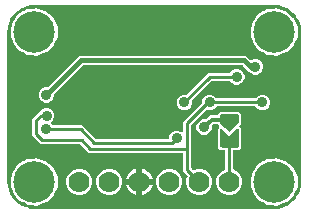
<source format=gbr>
G04 EAGLE Gerber RS-274X export*
G75*
%MOMM*%
%FSLAX34Y34*%
%LPD*%
%INBottom Copper*%
%IPPOS*%
%AMOC8*
5,1,8,0,0,1.08239X$1,22.5*%
G01*
%ADD10C,1.778000*%
%ADD11C,3.516000*%
%ADD12C,0.381000*%
%ADD13C,0.906400*%
%ADD14C,0.254000*%
%ADD15C,0.889000*%
%ADD16C,0.304800*%
%ADD17C,0.406400*%

G36*
X228622Y2543D02*
X228622Y2543D01*
X228700Y2545D01*
X232077Y2810D01*
X232145Y2824D01*
X232214Y2829D01*
X232370Y2869D01*
X238794Y4956D01*
X238901Y5006D01*
X239012Y5050D01*
X239063Y5083D01*
X239082Y5091D01*
X239097Y5104D01*
X239148Y5136D01*
X244612Y9107D01*
X244699Y9188D01*
X244746Y9227D01*
X244752Y9231D01*
X244753Y9233D01*
X244791Y9264D01*
X244829Y9310D01*
X244844Y9324D01*
X244855Y9341D01*
X244893Y9387D01*
X246586Y11717D01*
X246599Y11741D01*
X246616Y11761D01*
X246675Y11879D01*
X246739Y11996D01*
X246746Y12022D01*
X246758Y12046D01*
X246785Y12174D01*
X246799Y12185D01*
X246823Y12196D01*
X246925Y12281D01*
X247031Y12361D01*
X247048Y12382D01*
X247068Y12398D01*
X247171Y12522D01*
X248864Y14852D01*
X248921Y14956D01*
X248985Y15056D01*
X249007Y15113D01*
X249017Y15131D01*
X249022Y15151D01*
X249044Y15206D01*
X251131Y21630D01*
X251144Y21698D01*
X251167Y21764D01*
X251190Y21923D01*
X251455Y25300D01*
X251455Y25304D01*
X251456Y25307D01*
X251455Y25326D01*
X251459Y25400D01*
X251459Y152400D01*
X251457Y152422D01*
X251455Y152500D01*
X251190Y155877D01*
X251176Y155945D01*
X251171Y156014D01*
X251131Y156170D01*
X249044Y162594D01*
X248993Y162701D01*
X248950Y162812D01*
X248917Y162863D01*
X248909Y162882D01*
X248896Y162897D01*
X248864Y162948D01*
X247171Y165278D01*
X247153Y165297D01*
X247139Y165320D01*
X247044Y165413D01*
X246953Y165509D01*
X246931Y165524D01*
X246912Y165542D01*
X246798Y165608D01*
X246792Y165624D01*
X246789Y165651D01*
X246740Y165775D01*
X246697Y165900D01*
X246682Y165922D01*
X246672Y165947D01*
X246586Y166083D01*
X244893Y168413D01*
X244812Y168499D01*
X244736Y168591D01*
X244690Y168629D01*
X244676Y168644D01*
X244658Y168655D01*
X244612Y168693D01*
X239148Y172664D01*
X239044Y172721D01*
X238944Y172785D01*
X238887Y172807D01*
X238869Y172817D01*
X238849Y172822D01*
X238794Y172844D01*
X232370Y174931D01*
X232302Y174944D01*
X232236Y174967D01*
X232077Y174990D01*
X228700Y175255D01*
X228678Y175254D01*
X228600Y175259D01*
X25400Y175259D01*
X25378Y175257D01*
X25300Y175255D01*
X21923Y174990D01*
X21855Y174976D01*
X21786Y174971D01*
X21630Y174931D01*
X18892Y174041D01*
X18867Y174030D01*
X18841Y174024D01*
X18724Y173963D01*
X18604Y173906D01*
X18583Y173889D01*
X18560Y173877D01*
X18462Y173789D01*
X18445Y173788D01*
X18418Y173793D01*
X18286Y173785D01*
X18153Y173783D01*
X18128Y173775D01*
X18101Y173774D01*
X17945Y173734D01*
X15206Y172844D01*
X15099Y172794D01*
X14988Y172750D01*
X14937Y172717D01*
X14918Y172709D01*
X14903Y172696D01*
X14852Y172664D01*
X9388Y168693D01*
X9301Y168612D01*
X9209Y168536D01*
X9171Y168490D01*
X9156Y168476D01*
X9145Y168458D01*
X9107Y168412D01*
X5136Y162948D01*
X5079Y162844D01*
X5015Y162744D01*
X4993Y162687D01*
X4983Y162669D01*
X4978Y162649D01*
X4956Y162594D01*
X2869Y156170D01*
X2856Y156102D01*
X2833Y156036D01*
X2810Y155877D01*
X2545Y152500D01*
X2546Y152478D01*
X2541Y152400D01*
X2541Y25400D01*
X2543Y25378D01*
X2545Y25300D01*
X2810Y21923D01*
X2824Y21855D01*
X2829Y21786D01*
X2869Y21630D01*
X4956Y15206D01*
X5006Y15099D01*
X5050Y14988D01*
X5083Y14937D01*
X5091Y14918D01*
X5104Y14903D01*
X5136Y14852D01*
X9107Y9388D01*
X9127Y9366D01*
X9138Y9348D01*
X9184Y9305D01*
X9188Y9301D01*
X9264Y9209D01*
X9310Y9171D01*
X9324Y9156D01*
X9342Y9145D01*
X9388Y9107D01*
X14852Y5136D01*
X14956Y5079D01*
X15056Y5015D01*
X15113Y4993D01*
X15131Y4983D01*
X15151Y4978D01*
X15206Y4956D01*
X17945Y4066D01*
X17971Y4061D01*
X17996Y4051D01*
X18127Y4031D01*
X18257Y4006D01*
X18284Y4008D01*
X18310Y4004D01*
X18441Y4018D01*
X18455Y4008D01*
X18474Y3989D01*
X18585Y3917D01*
X18694Y3842D01*
X18719Y3832D01*
X18742Y3818D01*
X18892Y3759D01*
X21630Y2869D01*
X21698Y2856D01*
X21764Y2833D01*
X21923Y2810D01*
X25300Y2545D01*
X25322Y2546D01*
X25400Y2541D01*
X228600Y2541D01*
X228622Y2543D01*
G37*
%LPC*%
G36*
X162927Y14477D02*
X162927Y14477D01*
X158913Y16140D01*
X155840Y19213D01*
X154177Y23227D01*
X154177Y27573D01*
X155048Y29674D01*
X155055Y29702D01*
X155069Y29728D01*
X155097Y29855D01*
X155131Y29980D01*
X155132Y30010D01*
X155138Y30039D01*
X155134Y30168D01*
X155137Y30298D01*
X155130Y30327D01*
X155129Y30357D01*
X155093Y30481D01*
X155062Y30608D01*
X155049Y30634D01*
X155040Y30662D01*
X154975Y30774D01*
X154914Y30889D01*
X154894Y30911D01*
X154879Y30936D01*
X154772Y31057D01*
X151637Y34192D01*
X151637Y48768D01*
X151622Y48886D01*
X151615Y49005D01*
X151602Y49043D01*
X151597Y49084D01*
X151554Y49194D01*
X151517Y49307D01*
X151495Y49342D01*
X151480Y49379D01*
X151411Y49475D01*
X151347Y49576D01*
X151317Y49604D01*
X151294Y49637D01*
X151202Y49713D01*
X151115Y49794D01*
X151080Y49814D01*
X151049Y49839D01*
X150941Y49890D01*
X150837Y49948D01*
X150797Y49958D01*
X150761Y49975D01*
X150644Y49997D01*
X150529Y50027D01*
X150469Y50031D01*
X150449Y50035D01*
X150428Y50033D01*
X150368Y50037D01*
X71373Y50037D01*
X69067Y52343D01*
X69067Y52344D01*
X64633Y56778D01*
X64554Y56838D01*
X64482Y56906D01*
X64429Y56935D01*
X64381Y56972D01*
X64290Y57012D01*
X64204Y57060D01*
X64145Y57075D01*
X64090Y57099D01*
X63992Y57114D01*
X63896Y57139D01*
X63796Y57145D01*
X63776Y57149D01*
X63763Y57147D01*
X63735Y57149D01*
X30890Y57149D01*
X23367Y64672D01*
X23367Y78838D01*
X29347Y84817D01*
X29377Y84821D01*
X29476Y84824D01*
X29535Y84841D01*
X29595Y84849D01*
X29687Y84885D01*
X29782Y84913D01*
X29834Y84943D01*
X29890Y84966D01*
X29970Y85024D01*
X30056Y85074D01*
X30131Y85141D01*
X30148Y85153D01*
X30155Y85162D01*
X30177Y85181D01*
X32067Y87071D01*
X34480Y88071D01*
X37092Y88071D01*
X39505Y87071D01*
X41351Y85225D01*
X42351Y82812D01*
X42351Y80200D01*
X41351Y77787D01*
X40026Y76462D01*
X39953Y76368D01*
X39875Y76279D01*
X39856Y76243D01*
X39831Y76211D01*
X39784Y76102D01*
X39730Y75996D01*
X39721Y75957D01*
X39705Y75919D01*
X39686Y75802D01*
X39660Y75686D01*
X39662Y75645D01*
X39655Y75605D01*
X39666Y75487D01*
X39670Y75368D01*
X39681Y75329D01*
X39685Y75289D01*
X39725Y75177D01*
X39758Y75062D01*
X39779Y75027D01*
X39793Y74989D01*
X39860Y74891D01*
X39920Y74788D01*
X39960Y74743D01*
X39971Y74726D01*
X39987Y74713D01*
X40026Y74667D01*
X41169Y73524D01*
X41248Y73464D01*
X41320Y73396D01*
X41373Y73367D01*
X41421Y73330D01*
X41512Y73290D01*
X41598Y73242D01*
X41657Y73227D01*
X41713Y73203D01*
X41810Y73188D01*
X41906Y73163D01*
X42006Y73157D01*
X42027Y73153D01*
X42039Y73155D01*
X42067Y73153D01*
X66138Y73153D01*
X77196Y62094D01*
X77275Y62034D01*
X77347Y61966D01*
X77400Y61937D01*
X77448Y61900D01*
X77539Y61860D01*
X77625Y61812D01*
X77684Y61797D01*
X77739Y61773D01*
X77837Y61758D01*
X77933Y61733D01*
X78033Y61727D01*
X78054Y61723D01*
X78066Y61725D01*
X78094Y61723D01*
X138216Y61723D01*
X138334Y61738D01*
X138453Y61745D01*
X138491Y61758D01*
X138532Y61763D01*
X138642Y61806D01*
X138755Y61843D01*
X138790Y61865D01*
X138827Y61880D01*
X138923Y61949D01*
X139024Y62013D01*
X139052Y62043D01*
X139085Y62066D01*
X139161Y62158D01*
X139242Y62245D01*
X139262Y62280D01*
X139287Y62311D01*
X139338Y62419D01*
X139396Y62523D01*
X139406Y62563D01*
X139423Y62599D01*
X139445Y62716D01*
X139475Y62831D01*
X139479Y62891D01*
X139483Y62911D01*
X139481Y62932D01*
X139485Y62992D01*
X139485Y63536D01*
X140485Y65949D01*
X142331Y67795D01*
X144744Y68795D01*
X147356Y68795D01*
X149882Y67748D01*
X149930Y67735D01*
X149975Y67714D01*
X150083Y67693D01*
X150189Y67664D01*
X150239Y67663D01*
X150288Y67654D01*
X150397Y67661D01*
X150507Y67659D01*
X150555Y67671D01*
X150605Y67674D01*
X150709Y67708D01*
X150816Y67733D01*
X150860Y67757D01*
X150907Y67772D01*
X151000Y67831D01*
X151097Y67882D01*
X151134Y67915D01*
X151176Y67942D01*
X151251Y68022D01*
X151333Y68096D01*
X151360Y68137D01*
X151394Y68174D01*
X151447Y68270D01*
X151507Y68362D01*
X151524Y68409D01*
X151548Y68452D01*
X151575Y68558D01*
X151611Y68663D01*
X151615Y68712D01*
X151627Y68760D01*
X151637Y68921D01*
X151637Y76488D01*
X153943Y78794D01*
X153944Y78794D01*
X166864Y91714D01*
X166924Y91793D01*
X166992Y91865D01*
X167021Y91918D01*
X167058Y91966D01*
X167098Y92057D01*
X167146Y92143D01*
X167161Y92202D01*
X167185Y92257D01*
X167200Y92355D01*
X167225Y92451D01*
X167231Y92551D01*
X167235Y92572D01*
X167233Y92584D01*
X167235Y92612D01*
X167235Y94016D01*
X168235Y96429D01*
X170081Y98275D01*
X172494Y99275D01*
X175106Y99275D01*
X177519Y98275D01*
X179409Y96384D01*
X179488Y96324D01*
X179560Y96256D01*
X179613Y96227D01*
X179661Y96190D01*
X179752Y96150D01*
X179838Y96102D01*
X179897Y96087D01*
X179953Y96063D01*
X180051Y96048D01*
X180146Y96023D01*
X180246Y96017D01*
X180267Y96013D01*
X180279Y96015D01*
X180307Y96013D01*
X211933Y96013D01*
X212031Y96025D01*
X212130Y96028D01*
X212188Y96045D01*
X212249Y96053D01*
X212341Y96089D01*
X212436Y96117D01*
X212488Y96147D01*
X212544Y96170D01*
X212624Y96228D01*
X212710Y96278D01*
X212785Y96344D01*
X212802Y96356D01*
X212809Y96366D01*
X212831Y96384D01*
X214721Y98275D01*
X217134Y99275D01*
X219746Y99275D01*
X222159Y98275D01*
X224005Y96429D01*
X225005Y94016D01*
X225005Y91404D01*
X224005Y88991D01*
X222159Y87145D01*
X219746Y86145D01*
X217134Y86145D01*
X214721Y87145D01*
X212831Y89036D01*
X212752Y89096D01*
X212680Y89164D01*
X212627Y89193D01*
X212579Y89230D01*
X212488Y89270D01*
X212402Y89318D01*
X212343Y89333D01*
X212287Y89357D01*
X212189Y89372D01*
X212094Y89397D01*
X211994Y89403D01*
X211973Y89407D01*
X211961Y89405D01*
X211933Y89407D01*
X180307Y89407D01*
X180209Y89395D01*
X180110Y89392D01*
X180051Y89375D01*
X179991Y89367D01*
X179899Y89331D01*
X179804Y89303D01*
X179752Y89273D01*
X179696Y89250D01*
X179616Y89192D01*
X179530Y89142D01*
X179455Y89076D01*
X179438Y89064D01*
X179431Y89054D01*
X179409Y89036D01*
X177519Y87145D01*
X175106Y86145D01*
X172494Y86145D01*
X171964Y86365D01*
X171935Y86373D01*
X171909Y86386D01*
X171782Y86415D01*
X171657Y86449D01*
X171628Y86449D01*
X171599Y86456D01*
X171469Y86452D01*
X171339Y86454D01*
X171310Y86447D01*
X171281Y86446D01*
X171156Y86410D01*
X171030Y86380D01*
X171004Y86366D01*
X170975Y86358D01*
X170864Y86292D01*
X170749Y86231D01*
X170727Y86211D01*
X170701Y86196D01*
X170581Y86090D01*
X158614Y74124D01*
X158554Y74045D01*
X158486Y73973D01*
X158457Y73920D01*
X158420Y73872D01*
X158380Y73781D01*
X158332Y73695D01*
X158317Y73636D01*
X158293Y73581D01*
X158278Y73483D01*
X158253Y73387D01*
X158247Y73287D01*
X158243Y73267D01*
X158245Y73254D01*
X158243Y73226D01*
X158243Y37454D01*
X158255Y37356D01*
X158258Y37257D01*
X158275Y37198D01*
X158283Y37138D01*
X158319Y37046D01*
X158347Y36951D01*
X158377Y36899D01*
X158400Y36843D01*
X158458Y36762D01*
X158508Y36677D01*
X158574Y36602D01*
X158586Y36585D01*
X158596Y36577D01*
X158614Y36556D01*
X159443Y35728D01*
X159466Y35710D01*
X159486Y35687D01*
X159592Y35612D01*
X159694Y35533D01*
X159722Y35521D01*
X159746Y35504D01*
X159867Y35458D01*
X159986Y35406D01*
X160015Y35402D01*
X160043Y35391D01*
X160172Y35377D01*
X160300Y35356D01*
X160330Y35359D01*
X160359Y35356D01*
X160488Y35374D01*
X160617Y35386D01*
X160645Y35396D01*
X160674Y35400D01*
X160826Y35452D01*
X162927Y36323D01*
X167273Y36323D01*
X171287Y34660D01*
X174360Y31587D01*
X176023Y27573D01*
X176023Y23227D01*
X174360Y19213D01*
X171287Y16140D01*
X167273Y14477D01*
X162927Y14477D01*
G37*
%LPD*%
%LPC*%
G36*
X34254Y92495D02*
X34254Y92495D01*
X31841Y93495D01*
X29995Y95341D01*
X28995Y97754D01*
X28995Y100366D01*
X29995Y102779D01*
X31841Y104625D01*
X34254Y105625D01*
X35851Y105625D01*
X35949Y105637D01*
X36048Y105640D01*
X36106Y105657D01*
X36166Y105665D01*
X36258Y105701D01*
X36353Y105729D01*
X36405Y105759D01*
X36462Y105782D01*
X36542Y105840D01*
X36627Y105890D01*
X36703Y105956D01*
X36719Y105968D01*
X36727Y105978D01*
X36748Y105996D01*
X63086Y132335D01*
X204884Y132335D01*
X208227Y128992D01*
X208250Y128974D01*
X208269Y128951D01*
X208375Y128877D01*
X208478Y128797D01*
X208505Y128785D01*
X208529Y128768D01*
X208650Y128722D01*
X208770Y128671D01*
X208799Y128666D01*
X208826Y128655D01*
X208955Y128641D01*
X209084Y128621D01*
X209113Y128624D01*
X209143Y128620D01*
X209271Y128638D01*
X209400Y128651D01*
X209428Y128661D01*
X209457Y128665D01*
X209610Y128717D01*
X211174Y129365D01*
X213786Y129365D01*
X216199Y128365D01*
X218045Y126519D01*
X219045Y124106D01*
X219045Y121494D01*
X218045Y119081D01*
X216199Y117235D01*
X213786Y116235D01*
X211174Y116235D01*
X208761Y117235D01*
X207633Y118364D01*
X207554Y118424D01*
X207482Y118492D01*
X207429Y118521D01*
X207381Y118558D01*
X207290Y118598D01*
X207204Y118646D01*
X207145Y118661D01*
X207089Y118685D01*
X207027Y118695D01*
X201888Y123834D01*
X201810Y123894D01*
X201738Y123962D01*
X201685Y123991D01*
X201637Y124028D01*
X201546Y124068D01*
X201459Y124116D01*
X201401Y124131D01*
X201345Y124155D01*
X201247Y124170D01*
X201151Y124195D01*
X201051Y124201D01*
X201031Y124205D01*
X201019Y124203D01*
X200991Y124205D01*
X66979Y124205D01*
X66881Y124193D01*
X66782Y124190D01*
X66724Y124173D01*
X66664Y124165D01*
X66572Y124129D01*
X66477Y124101D01*
X66425Y124071D01*
X66368Y124048D01*
X66288Y123990D01*
X66203Y123940D01*
X66127Y123874D01*
X66111Y123862D01*
X66103Y123852D01*
X66082Y123834D01*
X42496Y100248D01*
X42436Y100170D01*
X42368Y100098D01*
X42339Y100045D01*
X42302Y99997D01*
X42262Y99906D01*
X42214Y99819D01*
X42199Y99761D01*
X42175Y99705D01*
X42160Y99607D01*
X42135Y99511D01*
X42129Y99411D01*
X42125Y99391D01*
X42127Y99379D01*
X42125Y99351D01*
X42125Y97754D01*
X41125Y95341D01*
X39279Y93495D01*
X36866Y92495D01*
X34254Y92495D01*
G37*
%LPD*%
%LPC*%
G36*
X188327Y14477D02*
X188327Y14477D01*
X184313Y16140D01*
X181240Y19213D01*
X179577Y23227D01*
X179577Y27573D01*
X181240Y31587D01*
X184313Y34660D01*
X186414Y35530D01*
X186439Y35545D01*
X186467Y35554D01*
X186577Y35623D01*
X186690Y35688D01*
X186711Y35708D01*
X186736Y35724D01*
X186825Y35819D01*
X186918Y35909D01*
X186934Y35934D01*
X186954Y35956D01*
X187017Y36069D01*
X187085Y36180D01*
X187093Y36208D01*
X187108Y36234D01*
X187140Y36360D01*
X187178Y36484D01*
X187180Y36513D01*
X187187Y36542D01*
X187197Y36703D01*
X187197Y51308D01*
X187182Y51426D01*
X187175Y51545D01*
X187162Y51583D01*
X187157Y51624D01*
X187114Y51734D01*
X187077Y51847D01*
X187055Y51882D01*
X187040Y51919D01*
X186971Y52015D01*
X186907Y52116D01*
X186877Y52144D01*
X186854Y52177D01*
X186762Y52253D01*
X186675Y52334D01*
X186640Y52354D01*
X186609Y52379D01*
X186501Y52430D01*
X186397Y52488D01*
X186357Y52498D01*
X186321Y52515D01*
X186204Y52537D01*
X186089Y52567D01*
X186029Y52571D01*
X186009Y52575D01*
X185988Y52573D01*
X185928Y52577D01*
X182818Y52577D01*
X182765Y52591D01*
X182665Y52597D01*
X182644Y52601D01*
X182632Y52599D01*
X182604Y52601D01*
X182371Y52601D01*
X180585Y54387D01*
X180585Y69309D01*
X180584Y69317D01*
X180585Y69333D01*
X180561Y70589D01*
X181392Y71420D01*
X181479Y71532D01*
X181570Y71643D01*
X181577Y71658D01*
X181587Y71671D01*
X181644Y71802D01*
X181704Y71932D01*
X181707Y71948D01*
X181714Y71963D01*
X181736Y72104D01*
X181762Y72244D01*
X181761Y72261D01*
X181763Y72277D01*
X181750Y72419D01*
X181740Y72562D01*
X181735Y72577D01*
X181734Y72594D01*
X181685Y72728D01*
X181640Y72864D01*
X181632Y72877D01*
X181626Y72893D01*
X181546Y73011D01*
X181469Y73131D01*
X181453Y73148D01*
X181447Y73156D01*
X181433Y73168D01*
X181358Y73248D01*
X180320Y74210D01*
X180259Y74254D01*
X180205Y74305D01*
X180131Y74346D01*
X180062Y74395D01*
X179992Y74422D01*
X179926Y74459D01*
X179844Y74480D01*
X179766Y74510D01*
X179691Y74519D01*
X179618Y74538D01*
X179457Y74548D01*
X177386Y74548D01*
X177288Y74536D01*
X177189Y74533D01*
X177131Y74516D01*
X177070Y74508D01*
X176978Y74472D01*
X176883Y74444D01*
X176831Y74414D01*
X176775Y74391D01*
X176695Y74333D01*
X176609Y74283D01*
X176534Y74217D01*
X176517Y74205D01*
X176510Y74195D01*
X176488Y74177D01*
X175886Y73575D01*
X175826Y73496D01*
X175758Y73424D01*
X175729Y73371D01*
X175692Y73323D01*
X175652Y73232D01*
X175604Y73146D01*
X175589Y73087D01*
X175565Y73031D01*
X175550Y72933D01*
X175525Y72838D01*
X175519Y72738D01*
X175515Y72717D01*
X175517Y72705D01*
X175515Y72677D01*
X175515Y70466D01*
X174529Y68086D01*
X172706Y66263D01*
X170326Y65277D01*
X167748Y65277D01*
X165368Y66263D01*
X163545Y68086D01*
X162559Y70466D01*
X162559Y73044D01*
X163545Y75424D01*
X165368Y77247D01*
X167748Y78233D01*
X169959Y78233D01*
X170057Y78245D01*
X170156Y78248D01*
X170214Y78265D01*
X170275Y78273D01*
X170367Y78309D01*
X170462Y78337D01*
X170514Y78367D01*
X170570Y78390D01*
X170650Y78448D01*
X170736Y78498D01*
X170811Y78564D01*
X170828Y78576D01*
X170835Y78586D01*
X170857Y78604D01*
X173914Y81662D01*
X179316Y81662D01*
X179434Y81677D01*
X179553Y81684D01*
X179591Y81697D01*
X179632Y81702D01*
X179742Y81745D01*
X179855Y81782D01*
X179890Y81804D01*
X179927Y81819D01*
X180023Y81888D01*
X180124Y81952D01*
X180152Y81982D01*
X180185Y82005D01*
X180261Y82097D01*
X180342Y82184D01*
X180362Y82219D01*
X180387Y82250D01*
X180438Y82358D01*
X180496Y82462D01*
X180506Y82502D01*
X180523Y82538D01*
X180545Y82655D01*
X180572Y82760D01*
X182371Y84559D01*
X182604Y84559D01*
X182702Y84571D01*
X182801Y84574D01*
X182831Y84583D01*
X198182Y84583D01*
X198235Y84569D01*
X198335Y84563D01*
X198356Y84559D01*
X198368Y84561D01*
X198396Y84559D01*
X198629Y84559D01*
X200415Y82773D01*
X200415Y74532D01*
X199356Y73474D01*
X199291Y73389D01*
X199218Y73310D01*
X199193Y73264D01*
X199161Y73222D01*
X199119Y73124D01*
X199068Y73030D01*
X199056Y72979D01*
X199035Y72931D01*
X199018Y72825D01*
X198993Y72721D01*
X198993Y72668D01*
X198985Y72617D01*
X198995Y72510D01*
X198996Y72403D01*
X199010Y72352D01*
X199015Y72300D01*
X199051Y72199D01*
X199079Y72096D01*
X199105Y72050D01*
X199123Y72001D01*
X199183Y71912D01*
X199235Y71819D01*
X199289Y71756D01*
X199301Y71737D01*
X199313Y71727D01*
X199339Y71696D01*
X199533Y71494D01*
X199539Y71490D01*
X199550Y71477D01*
X200439Y70589D01*
X200415Y69333D01*
X200416Y69326D01*
X200415Y69309D01*
X200415Y54387D01*
X198629Y52601D01*
X198396Y52601D01*
X198298Y52589D01*
X198199Y52586D01*
X198169Y52577D01*
X195072Y52577D01*
X194954Y52562D01*
X194835Y52555D01*
X194797Y52542D01*
X194756Y52537D01*
X194646Y52494D01*
X194533Y52457D01*
X194498Y52435D01*
X194461Y52420D01*
X194365Y52351D01*
X194264Y52287D01*
X194236Y52257D01*
X194203Y52234D01*
X194127Y52142D01*
X194046Y52055D01*
X194026Y52020D01*
X194001Y51989D01*
X193950Y51881D01*
X193892Y51777D01*
X193882Y51737D01*
X193865Y51701D01*
X193843Y51584D01*
X193813Y51469D01*
X193809Y51409D01*
X193805Y51389D01*
X193807Y51368D01*
X193803Y51308D01*
X193803Y36703D01*
X193806Y36673D01*
X193804Y36644D01*
X193826Y36516D01*
X193843Y36387D01*
X193853Y36360D01*
X193858Y36331D01*
X193912Y36212D01*
X193960Y36091D01*
X193977Y36068D01*
X193989Y36041D01*
X194070Y35939D01*
X194146Y35834D01*
X194169Y35815D01*
X194188Y35792D01*
X194291Y35714D01*
X194391Y35631D01*
X194418Y35619D01*
X194442Y35601D01*
X194586Y35530D01*
X196687Y34660D01*
X199760Y31587D01*
X201423Y27573D01*
X201423Y23227D01*
X199760Y19213D01*
X196687Y16140D01*
X192673Y14477D01*
X188327Y14477D01*
G37*
%LPD*%
%LPC*%
G36*
X226876Y5780D02*
X226876Y5780D01*
X226858Y5780D01*
X226743Y5787D01*
X224699Y5787D01*
X224151Y6014D01*
X224052Y6041D01*
X223957Y6077D01*
X223865Y6092D01*
X223844Y6098D01*
X223831Y6098D01*
X223798Y6104D01*
X222379Y6253D01*
X219415Y7964D01*
X219413Y7965D01*
X219410Y7967D01*
X219266Y8038D01*
X217490Y8773D01*
X216893Y9370D01*
X216826Y9422D01*
X216765Y9483D01*
X216651Y9558D01*
X216642Y9565D01*
X216638Y9567D01*
X216631Y9572D01*
X215129Y10439D01*
X213339Y12903D01*
X213326Y12917D01*
X213316Y12933D01*
X213209Y13054D01*
X211973Y14290D01*
X211557Y15296D01*
X211522Y15356D01*
X211497Y15420D01*
X211411Y15556D01*
X210208Y17211D01*
X209647Y19849D01*
X209636Y19883D01*
X209631Y19919D01*
X209579Y20071D01*
X208987Y21499D01*
X208987Y22822D01*
X208981Y22874D01*
X208983Y22926D01*
X208960Y23086D01*
X208468Y25400D01*
X208960Y27714D01*
X208964Y27767D01*
X208977Y27817D01*
X208987Y27978D01*
X208987Y29301D01*
X209579Y30729D01*
X209588Y30763D01*
X209604Y30795D01*
X209647Y30951D01*
X210208Y33589D01*
X211411Y35244D01*
X211444Y35305D01*
X211486Y35360D01*
X211557Y35504D01*
X211973Y36510D01*
X213209Y37746D01*
X213221Y37761D01*
X213236Y37773D01*
X213339Y37897D01*
X215129Y40361D01*
X216631Y41228D01*
X216699Y41280D01*
X216773Y41324D01*
X216875Y41414D01*
X216884Y41421D01*
X216887Y41424D01*
X216893Y41430D01*
X217490Y42027D01*
X219266Y42762D01*
X219268Y42764D01*
X219271Y42764D01*
X219415Y42836D01*
X222379Y44547D01*
X223798Y44696D01*
X223898Y44720D01*
X223999Y44734D01*
X224087Y44764D01*
X224108Y44769D01*
X224120Y44775D01*
X224151Y44786D01*
X224699Y45013D01*
X226743Y45013D01*
X226760Y45015D01*
X226876Y45020D01*
X230704Y45422D01*
X231773Y45075D01*
X231890Y45053D01*
X232005Y45023D01*
X232065Y45019D01*
X232085Y45015D01*
X232106Y45017D01*
X232165Y45013D01*
X232501Y45013D01*
X234409Y44223D01*
X234430Y44217D01*
X234503Y44188D01*
X238666Y42835D01*
X239278Y42285D01*
X239389Y42207D01*
X239497Y42126D01*
X239527Y42111D01*
X239539Y42103D01*
X239559Y42096D01*
X239641Y42055D01*
X239710Y42027D01*
X241005Y40732D01*
X241019Y40721D01*
X241053Y40686D01*
X244887Y37234D01*
X245100Y36756D01*
X245179Y36626D01*
X245450Y35971D01*
X245455Y35963D01*
X245463Y35941D01*
X248292Y29586D01*
X248292Y21214D01*
X245463Y14859D01*
X245460Y14849D01*
X245450Y14829D01*
X245194Y14211D01*
X245175Y14187D01*
X245170Y14178D01*
X245168Y14175D01*
X245163Y14165D01*
X245100Y14044D01*
X244985Y13785D01*
X244977Y13759D01*
X244964Y13736D01*
X244931Y13607D01*
X244914Y13552D01*
X244880Y13536D01*
X244860Y13519D01*
X244836Y13507D01*
X244710Y13407D01*
X241053Y10114D01*
X241041Y10100D01*
X241005Y10068D01*
X239710Y8773D01*
X239641Y8745D01*
X239524Y8678D01*
X239404Y8615D01*
X239377Y8594D01*
X239365Y8587D01*
X239350Y8572D01*
X239278Y8515D01*
X238666Y7965D01*
X234502Y6612D01*
X234483Y6603D01*
X234409Y6577D01*
X232501Y5787D01*
X232165Y5787D01*
X232047Y5772D01*
X231929Y5765D01*
X231870Y5750D01*
X231850Y5747D01*
X231831Y5740D01*
X231773Y5725D01*
X230704Y5378D01*
X226876Y5780D01*
G37*
%LPD*%
%LPC*%
G36*
X226876Y132780D02*
X226876Y132780D01*
X226858Y132780D01*
X226743Y132787D01*
X224699Y132787D01*
X224151Y133014D01*
X224052Y133041D01*
X223957Y133077D01*
X223865Y133092D01*
X223844Y133098D01*
X223831Y133098D01*
X223798Y133104D01*
X222379Y133253D01*
X219415Y134964D01*
X219413Y134965D01*
X219410Y134967D01*
X219266Y135038D01*
X217490Y135773D01*
X216893Y136370D01*
X216826Y136422D01*
X216765Y136483D01*
X216651Y136558D01*
X216642Y136565D01*
X216638Y136567D01*
X216631Y136572D01*
X215129Y137439D01*
X213339Y139903D01*
X213326Y139917D01*
X213316Y139933D01*
X213209Y140054D01*
X211973Y141290D01*
X211557Y142296D01*
X211522Y142356D01*
X211497Y142420D01*
X211411Y142556D01*
X210208Y144211D01*
X209647Y146849D01*
X209636Y146883D01*
X209631Y146919D01*
X209579Y147071D01*
X208987Y148499D01*
X208987Y149822D01*
X208981Y149874D01*
X208983Y149926D01*
X208960Y150086D01*
X208468Y152400D01*
X208960Y154714D01*
X208964Y154767D01*
X208977Y154817D01*
X208987Y154978D01*
X208987Y156301D01*
X209579Y157729D01*
X209588Y157763D01*
X209604Y157795D01*
X209647Y157951D01*
X210208Y160589D01*
X211411Y162244D01*
X211444Y162305D01*
X211486Y162360D01*
X211557Y162504D01*
X211973Y163510D01*
X213209Y164746D01*
X213221Y164761D01*
X213236Y164773D01*
X213339Y164897D01*
X215129Y167361D01*
X216631Y168228D01*
X216699Y168280D01*
X216773Y168324D01*
X216875Y168414D01*
X216884Y168421D01*
X216887Y168424D01*
X216893Y168430D01*
X217490Y169027D01*
X219266Y169762D01*
X219268Y169764D01*
X219271Y169764D01*
X219415Y169836D01*
X222379Y171547D01*
X223798Y171696D01*
X223898Y171720D01*
X223999Y171734D01*
X224087Y171764D01*
X224108Y171769D01*
X224120Y171775D01*
X224151Y171786D01*
X224699Y172013D01*
X226743Y172013D01*
X226760Y172015D01*
X226876Y172020D01*
X230704Y172422D01*
X231773Y172075D01*
X231890Y172053D01*
X232005Y172023D01*
X232065Y172019D01*
X232085Y172015D01*
X232106Y172017D01*
X232165Y172013D01*
X232501Y172013D01*
X234409Y171223D01*
X234430Y171217D01*
X234503Y171188D01*
X238666Y169835D01*
X239278Y169285D01*
X239389Y169207D01*
X239497Y169126D01*
X239527Y169111D01*
X239539Y169103D01*
X239559Y169096D01*
X239641Y169055D01*
X239710Y169027D01*
X241005Y167732D01*
X241019Y167721D01*
X241053Y167686D01*
X244710Y164393D01*
X244732Y164378D01*
X244750Y164359D01*
X244862Y164287D01*
X244910Y164254D01*
X244914Y164217D01*
X244924Y164192D01*
X244929Y164166D01*
X244985Y164015D01*
X245100Y163756D01*
X245179Y163626D01*
X245450Y162971D01*
X245455Y162963D01*
X245463Y162941D01*
X248292Y156586D01*
X248292Y148214D01*
X245463Y141859D01*
X245460Y141849D01*
X245450Y141829D01*
X245194Y141211D01*
X245175Y141187D01*
X245170Y141179D01*
X245168Y141175D01*
X245163Y141164D01*
X245100Y141044D01*
X244887Y140566D01*
X241053Y137114D01*
X241041Y137100D01*
X241005Y137068D01*
X239710Y135773D01*
X239641Y135745D01*
X239524Y135678D01*
X239404Y135615D01*
X239377Y135594D01*
X239365Y135587D01*
X239350Y135572D01*
X239278Y135515D01*
X238666Y134965D01*
X234502Y133612D01*
X234483Y133603D01*
X234409Y133577D01*
X232501Y132787D01*
X232165Y132787D01*
X232047Y132772D01*
X231929Y132765D01*
X231870Y132750D01*
X231850Y132747D01*
X231831Y132740D01*
X231773Y132725D01*
X230704Y132378D01*
X226876Y132780D01*
G37*
%LPD*%
%LPC*%
G36*
X23676Y5780D02*
X23676Y5780D01*
X23658Y5780D01*
X23543Y5787D01*
X21499Y5787D01*
X20951Y6014D01*
X20852Y6041D01*
X20757Y6077D01*
X20665Y6092D01*
X20644Y6098D01*
X20631Y6098D01*
X20598Y6104D01*
X19416Y6228D01*
X19390Y6227D01*
X19364Y6232D01*
X19231Y6224D01*
X19173Y6223D01*
X19147Y6250D01*
X19125Y6265D01*
X19106Y6283D01*
X18972Y6372D01*
X16215Y7964D01*
X16213Y7965D01*
X16210Y7967D01*
X16066Y8038D01*
X14290Y8773D01*
X13693Y9370D01*
X13626Y9422D01*
X13565Y9483D01*
X13451Y9558D01*
X13442Y9565D01*
X13438Y9567D01*
X13431Y9572D01*
X11929Y10439D01*
X10139Y12903D01*
X10126Y12917D01*
X10116Y12933D01*
X10009Y13054D01*
X8773Y14290D01*
X8357Y15296D01*
X8322Y15356D01*
X8297Y15420D01*
X8211Y15556D01*
X7008Y17211D01*
X6447Y19849D01*
X6436Y19883D01*
X6431Y19919D01*
X6379Y20071D01*
X5787Y21499D01*
X5787Y22822D01*
X5781Y22874D01*
X5783Y22926D01*
X5760Y23086D01*
X5268Y25400D01*
X5760Y27714D01*
X5764Y27767D01*
X5777Y27817D01*
X5787Y27978D01*
X5787Y29301D01*
X6379Y30729D01*
X6388Y30763D01*
X6404Y30795D01*
X6447Y30951D01*
X7008Y33589D01*
X8211Y35244D01*
X8244Y35305D01*
X8286Y35360D01*
X8357Y35504D01*
X8773Y36510D01*
X10009Y37746D01*
X10021Y37761D01*
X10036Y37773D01*
X10139Y37897D01*
X11929Y40361D01*
X13431Y41228D01*
X13499Y41280D01*
X13573Y41324D01*
X13675Y41414D01*
X13684Y41421D01*
X13687Y41424D01*
X13693Y41430D01*
X14290Y42027D01*
X16066Y42762D01*
X16068Y42764D01*
X16071Y42764D01*
X16215Y42836D01*
X19179Y44547D01*
X20598Y44696D01*
X20698Y44720D01*
X20799Y44734D01*
X20887Y44764D01*
X20908Y44769D01*
X20920Y44775D01*
X20951Y44786D01*
X21499Y45013D01*
X23543Y45013D01*
X23560Y45015D01*
X23676Y45020D01*
X27504Y45422D01*
X28573Y45075D01*
X28690Y45053D01*
X28805Y45023D01*
X28865Y45019D01*
X28885Y45015D01*
X28906Y45017D01*
X28965Y45013D01*
X29301Y45013D01*
X31209Y44223D01*
X31230Y44217D01*
X31303Y44188D01*
X35466Y42835D01*
X36078Y42285D01*
X36189Y42207D01*
X36297Y42126D01*
X36327Y42111D01*
X36339Y42103D01*
X36359Y42096D01*
X36441Y42055D01*
X36510Y42027D01*
X37805Y40732D01*
X37819Y40721D01*
X37853Y40686D01*
X41687Y37234D01*
X41900Y36756D01*
X41979Y36626D01*
X42250Y35971D01*
X42255Y35963D01*
X42263Y35941D01*
X45092Y29586D01*
X45092Y21214D01*
X42263Y14859D01*
X42260Y14849D01*
X42250Y14829D01*
X41994Y14211D01*
X41975Y14187D01*
X41970Y14179D01*
X41968Y14175D01*
X41963Y14164D01*
X41900Y14044D01*
X41687Y13566D01*
X37853Y10114D01*
X37841Y10100D01*
X37805Y10068D01*
X36510Y8773D01*
X36441Y8745D01*
X36324Y8678D01*
X36204Y8615D01*
X36177Y8594D01*
X36165Y8587D01*
X36150Y8572D01*
X36078Y8515D01*
X35466Y7965D01*
X31302Y6612D01*
X31283Y6603D01*
X31209Y6577D01*
X29301Y5787D01*
X28965Y5787D01*
X28847Y5772D01*
X28729Y5765D01*
X28670Y5750D01*
X28650Y5747D01*
X28631Y5740D01*
X28573Y5725D01*
X27504Y5378D01*
X23676Y5780D01*
G37*
%LPD*%
%LPC*%
G36*
X23676Y132780D02*
X23676Y132780D01*
X23658Y132780D01*
X23543Y132787D01*
X21499Y132787D01*
X20951Y133014D01*
X20852Y133041D01*
X20757Y133077D01*
X20665Y133092D01*
X20644Y133098D01*
X20631Y133098D01*
X20598Y133104D01*
X19179Y133253D01*
X16215Y134964D01*
X16213Y134965D01*
X16210Y134967D01*
X16066Y135038D01*
X14290Y135773D01*
X13693Y136370D01*
X13626Y136422D01*
X13565Y136483D01*
X13451Y136558D01*
X13442Y136565D01*
X13438Y136567D01*
X13431Y136572D01*
X11929Y137439D01*
X10139Y139903D01*
X10126Y139917D01*
X10116Y139933D01*
X10009Y140054D01*
X8773Y141290D01*
X8357Y142296D01*
X8322Y142356D01*
X8297Y142420D01*
X8211Y142556D01*
X7008Y144211D01*
X6447Y146849D01*
X6436Y146883D01*
X6431Y146919D01*
X6379Y147071D01*
X5787Y148499D01*
X5787Y149822D01*
X5781Y149874D01*
X5783Y149926D01*
X5760Y150086D01*
X5268Y152400D01*
X5760Y154714D01*
X5764Y154767D01*
X5777Y154817D01*
X5787Y154978D01*
X5787Y156301D01*
X6379Y157729D01*
X6388Y157763D01*
X6404Y157795D01*
X6447Y157951D01*
X7008Y160589D01*
X8211Y162244D01*
X8244Y162305D01*
X8286Y162360D01*
X8357Y162504D01*
X8773Y163510D01*
X10009Y164746D01*
X10021Y164761D01*
X10036Y164773D01*
X10139Y164897D01*
X11929Y167361D01*
X13431Y168228D01*
X13499Y168280D01*
X13573Y168324D01*
X13675Y168414D01*
X13684Y168421D01*
X13687Y168424D01*
X13693Y168430D01*
X14290Y169027D01*
X16066Y169762D01*
X16068Y169764D01*
X16071Y169764D01*
X16215Y169836D01*
X18972Y171428D01*
X18993Y171444D01*
X19017Y171455D01*
X19119Y171540D01*
X19166Y171575D01*
X19203Y171568D01*
X19229Y171569D01*
X19256Y171565D01*
X19416Y171572D01*
X20598Y171696D01*
X20698Y171720D01*
X20799Y171734D01*
X20887Y171764D01*
X20908Y171769D01*
X20920Y171775D01*
X20951Y171786D01*
X21499Y172013D01*
X23543Y172013D01*
X23560Y172015D01*
X23676Y172020D01*
X27504Y172422D01*
X28573Y172075D01*
X28690Y172053D01*
X28805Y172023D01*
X28865Y172019D01*
X28885Y172015D01*
X28906Y172017D01*
X28965Y172013D01*
X29301Y172013D01*
X31209Y171222D01*
X31230Y171217D01*
X31303Y171188D01*
X35466Y169835D01*
X36078Y169285D01*
X36189Y169207D01*
X36297Y169126D01*
X36327Y169111D01*
X36339Y169103D01*
X36359Y169096D01*
X36441Y169055D01*
X36510Y169027D01*
X37805Y167732D01*
X37819Y167721D01*
X37853Y167686D01*
X41687Y164234D01*
X41900Y163756D01*
X41979Y163626D01*
X42250Y162971D01*
X42255Y162962D01*
X42263Y162941D01*
X45092Y156586D01*
X45092Y148214D01*
X42263Y141859D01*
X42260Y141849D01*
X42250Y141829D01*
X41994Y141211D01*
X41975Y141187D01*
X41970Y141179D01*
X41968Y141175D01*
X41963Y141164D01*
X41900Y141044D01*
X41687Y140566D01*
X37853Y137114D01*
X37841Y137100D01*
X37805Y137068D01*
X36510Y135773D01*
X36441Y135745D01*
X36324Y135678D01*
X36204Y135615D01*
X36177Y135594D01*
X36165Y135587D01*
X36150Y135572D01*
X36078Y135515D01*
X35466Y134965D01*
X31302Y133612D01*
X31283Y133603D01*
X31209Y133577D01*
X29301Y132787D01*
X28965Y132787D01*
X28847Y132772D01*
X28729Y132765D01*
X28670Y132750D01*
X28650Y132747D01*
X28631Y132740D01*
X28573Y132725D01*
X27504Y132378D01*
X23676Y132780D01*
G37*
%LPD*%
%LPC*%
G36*
X151111Y86232D02*
X151111Y86232D01*
X148731Y87218D01*
X146908Y89041D01*
X145922Y91421D01*
X145922Y93999D01*
X146908Y96379D01*
X148731Y98202D01*
X151111Y99188D01*
X153681Y99188D01*
X153779Y99200D01*
X153878Y99203D01*
X153937Y99220D01*
X153997Y99228D01*
X154089Y99264D01*
X154184Y99292D01*
X154236Y99322D01*
X154292Y99345D01*
X154372Y99403D01*
X154458Y99453D01*
X154533Y99519D01*
X154550Y99531D01*
X154558Y99541D01*
X154579Y99559D01*
X172622Y117603D01*
X190343Y117603D01*
X190441Y117615D01*
X190540Y117618D01*
X190598Y117635D01*
X190659Y117643D01*
X190751Y117679D01*
X190846Y117707D01*
X190898Y117737D01*
X190954Y117760D01*
X191034Y117818D01*
X191120Y117868D01*
X191195Y117934D01*
X191212Y117946D01*
X191219Y117956D01*
X191241Y117974D01*
X193131Y119865D01*
X195544Y120865D01*
X198156Y120865D01*
X200569Y119865D01*
X202415Y118019D01*
X203415Y115606D01*
X203415Y112994D01*
X202415Y110581D01*
X200569Y108735D01*
X198156Y107735D01*
X195544Y107735D01*
X193131Y108735D01*
X191241Y110626D01*
X191162Y110686D01*
X191090Y110754D01*
X191037Y110783D01*
X190989Y110820D01*
X190898Y110860D01*
X190812Y110908D01*
X190753Y110923D01*
X190697Y110947D01*
X190599Y110962D01*
X190504Y110987D01*
X190404Y110993D01*
X190383Y110997D01*
X190371Y110995D01*
X190343Y110997D01*
X175884Y110997D01*
X175786Y110985D01*
X175687Y110982D01*
X175628Y110965D01*
X175568Y110957D01*
X175476Y110921D01*
X175381Y110893D01*
X175329Y110863D01*
X175273Y110840D01*
X175193Y110782D01*
X175107Y110732D01*
X175032Y110666D01*
X175015Y110654D01*
X175007Y110644D01*
X174986Y110626D01*
X159249Y94889D01*
X159189Y94810D01*
X159121Y94738D01*
X159092Y94685D01*
X159055Y94637D01*
X159015Y94546D01*
X158967Y94460D01*
X158952Y94401D01*
X158928Y94346D01*
X158913Y94248D01*
X158888Y94152D01*
X158882Y94052D01*
X158878Y94031D01*
X158880Y94019D01*
X158878Y93991D01*
X158878Y91421D01*
X157892Y89041D01*
X156069Y87218D01*
X153689Y86232D01*
X151111Y86232D01*
G37*
%LPD*%
%LPC*%
G36*
X137527Y14477D02*
X137527Y14477D01*
X133513Y16140D01*
X130440Y19213D01*
X128777Y23227D01*
X128777Y27573D01*
X130440Y31587D01*
X133513Y34660D01*
X137527Y36323D01*
X141873Y36323D01*
X145887Y34660D01*
X148960Y31587D01*
X150623Y27573D01*
X150623Y23227D01*
X148960Y19213D01*
X145887Y16140D01*
X141873Y14477D01*
X137527Y14477D01*
G37*
%LPD*%
%LPC*%
G36*
X86727Y14477D02*
X86727Y14477D01*
X82713Y16140D01*
X79640Y19213D01*
X77977Y23227D01*
X77977Y27573D01*
X79640Y31587D01*
X82713Y34660D01*
X86727Y36323D01*
X91073Y36323D01*
X95087Y34660D01*
X98160Y31587D01*
X99823Y27573D01*
X99823Y23227D01*
X98160Y19213D01*
X95087Y16140D01*
X91073Y14477D01*
X86727Y14477D01*
G37*
%LPD*%
%LPC*%
G36*
X61327Y14477D02*
X61327Y14477D01*
X57313Y16140D01*
X54240Y19213D01*
X52577Y23227D01*
X52577Y27573D01*
X54240Y31587D01*
X57313Y34660D01*
X61327Y36323D01*
X65673Y36323D01*
X69687Y34660D01*
X72760Y31587D01*
X74423Y27573D01*
X74423Y23227D01*
X72760Y19213D01*
X69687Y16140D01*
X65673Y14477D01*
X61327Y14477D01*
G37*
%LPD*%
G36*
X197424Y54643D02*
X197424Y54643D01*
X197482Y54641D01*
X197564Y54663D01*
X197648Y54675D01*
X197701Y54699D01*
X197757Y54713D01*
X197830Y54756D01*
X197907Y54791D01*
X197952Y54829D01*
X198002Y54859D01*
X198060Y54920D01*
X198124Y54975D01*
X198156Y55023D01*
X198196Y55066D01*
X198235Y55141D01*
X198282Y55211D01*
X198299Y55267D01*
X198326Y55319D01*
X198337Y55387D01*
X198367Y55482D01*
X198370Y55582D01*
X198381Y55650D01*
X198381Y69350D01*
X198379Y69370D01*
X198381Y69389D01*
X198359Y69510D01*
X198341Y69632D01*
X198333Y69649D01*
X198330Y69669D01*
X198275Y69779D01*
X198225Y69891D01*
X198212Y69906D01*
X198204Y69924D01*
X198121Y70015D01*
X198042Y70108D01*
X198025Y70119D01*
X198012Y70133D01*
X197907Y70197D01*
X197805Y70266D01*
X197786Y70271D01*
X197769Y70282D01*
X197651Y70314D01*
X197534Y70351D01*
X197514Y70352D01*
X197495Y70357D01*
X197373Y70355D01*
X197250Y70359D01*
X197231Y70354D01*
X197211Y70353D01*
X197093Y70318D01*
X196975Y70287D01*
X196958Y70277D01*
X196939Y70271D01*
X196878Y70229D01*
X196730Y70142D01*
X196695Y70104D01*
X196662Y70081D01*
X190500Y64147D01*
X184338Y70081D01*
X184322Y70093D01*
X184310Y70108D01*
X184207Y70176D01*
X184108Y70248D01*
X184089Y70255D01*
X184073Y70266D01*
X183956Y70303D01*
X183840Y70344D01*
X183821Y70345D01*
X183802Y70351D01*
X183679Y70354D01*
X183557Y70362D01*
X183537Y70358D01*
X183518Y70359D01*
X183399Y70328D01*
X183279Y70301D01*
X183262Y70292D01*
X183243Y70287D01*
X183137Y70224D01*
X183029Y70165D01*
X183015Y70152D01*
X182998Y70142D01*
X182914Y70052D01*
X182827Y69966D01*
X182817Y69949D01*
X182804Y69934D01*
X182748Y69825D01*
X182688Y69718D01*
X182683Y69699D01*
X182674Y69681D01*
X182662Y69608D01*
X182623Y69441D01*
X182625Y69390D01*
X182619Y69350D01*
X182619Y55650D01*
X182627Y55592D01*
X182625Y55534D01*
X182647Y55452D01*
X182659Y55369D01*
X182683Y55315D01*
X182697Y55259D01*
X182740Y55186D01*
X182775Y55109D01*
X182813Y55064D01*
X182843Y55014D01*
X182904Y54956D01*
X182959Y54892D01*
X183007Y54860D01*
X183050Y54820D01*
X183125Y54781D01*
X183195Y54735D01*
X183251Y54717D01*
X183303Y54690D01*
X183371Y54679D01*
X183466Y54649D01*
X183566Y54646D01*
X183634Y54635D01*
X197366Y54635D01*
X197424Y54643D01*
G37*
G36*
X190635Y67928D02*
X190635Y67928D01*
X190674Y67929D01*
X190772Y67961D01*
X190873Y67985D01*
X190907Y68004D01*
X190945Y68016D01*
X191008Y68061D01*
X191120Y68125D01*
X191172Y68179D01*
X191218Y68211D01*
X198084Y75077D01*
X198136Y75147D01*
X198196Y75211D01*
X198222Y75260D01*
X198255Y75304D01*
X198286Y75386D01*
X198326Y75464D01*
X198334Y75512D01*
X198356Y75570D01*
X198368Y75718D01*
X198381Y75795D01*
X198381Y81510D01*
X198373Y81568D01*
X198375Y81626D01*
X198353Y81708D01*
X198341Y81792D01*
X198318Y81845D01*
X198303Y81901D01*
X198260Y81974D01*
X198225Y82051D01*
X198187Y82096D01*
X198158Y82146D01*
X198096Y82204D01*
X198042Y82268D01*
X197993Y82300D01*
X197950Y82340D01*
X197875Y82379D01*
X197805Y82426D01*
X197749Y82443D01*
X197697Y82470D01*
X197629Y82481D01*
X197534Y82511D01*
X197434Y82514D01*
X197366Y82525D01*
X183634Y82525D01*
X183576Y82517D01*
X183518Y82519D01*
X183436Y82497D01*
X183353Y82485D01*
X183299Y82462D01*
X183243Y82447D01*
X183170Y82404D01*
X183093Y82369D01*
X183048Y82331D01*
X182998Y82302D01*
X182940Y82240D01*
X182876Y82186D01*
X182844Y82137D01*
X182804Y82094D01*
X182765Y82019D01*
X182719Y81949D01*
X182701Y81893D01*
X182674Y81841D01*
X182663Y81773D01*
X182633Y81678D01*
X182630Y81578D01*
X182619Y81510D01*
X182619Y75295D01*
X182634Y75190D01*
X182641Y75083D01*
X182654Y75049D01*
X182659Y75014D01*
X182702Y74916D01*
X182739Y74816D01*
X182758Y74791D01*
X182775Y74754D01*
X182908Y74596D01*
X182944Y74551D01*
X189810Y68185D01*
X189842Y68162D01*
X189869Y68134D01*
X189958Y68081D01*
X190043Y68022D01*
X190080Y68010D01*
X190114Y67990D01*
X190214Y67964D01*
X190313Y67931D01*
X190352Y67929D01*
X190390Y67920D01*
X190493Y67923D01*
X190597Y67918D01*
X190635Y67928D01*
G37*
%LPC*%
G36*
X116799Y27899D02*
X116799Y27899D01*
X116799Y36577D01*
X116977Y36549D01*
X118688Y35993D01*
X120291Y35177D01*
X121747Y34119D01*
X123019Y32847D01*
X124077Y31391D01*
X124893Y29788D01*
X125449Y28077D01*
X125477Y27899D01*
X116799Y27899D01*
G37*
%LPD*%
%LPC*%
G36*
X103123Y27899D02*
X103123Y27899D01*
X103151Y28077D01*
X103707Y29788D01*
X104523Y31391D01*
X105581Y32847D01*
X106853Y34119D01*
X108309Y35177D01*
X109912Y35993D01*
X111623Y36549D01*
X111801Y36577D01*
X111801Y27899D01*
X103123Y27899D01*
G37*
%LPD*%
%LPC*%
G36*
X116799Y22901D02*
X116799Y22901D01*
X125477Y22901D01*
X125449Y22723D01*
X124893Y21012D01*
X124077Y19409D01*
X123019Y17953D01*
X121747Y16681D01*
X120291Y15623D01*
X118688Y14807D01*
X116977Y14251D01*
X116799Y14223D01*
X116799Y22901D01*
G37*
%LPD*%
%LPC*%
G36*
X111623Y14251D02*
X111623Y14251D01*
X109912Y14807D01*
X108309Y15623D01*
X106853Y16681D01*
X105581Y17953D01*
X104523Y19409D01*
X103707Y21012D01*
X103151Y22723D01*
X103123Y22901D01*
X111801Y22901D01*
X111801Y14223D01*
X111623Y14251D01*
G37*
%LPD*%
D10*
X63500Y25400D03*
X88900Y25400D03*
X114300Y25400D03*
X139700Y25400D03*
X165100Y25400D03*
X190500Y25400D03*
D11*
X25400Y152400D03*
X228600Y152400D03*
X25400Y25400D03*
X228600Y25400D03*
D12*
X184785Y76835D02*
X184785Y80645D01*
X196215Y80645D01*
X196215Y76835D01*
X184785Y76835D01*
X184785Y80454D02*
X196215Y80454D01*
X184785Y60325D02*
X184785Y56515D01*
X184785Y60325D02*
X196215Y60325D01*
X196215Y56515D01*
X184785Y56515D01*
X184785Y60134D02*
X196215Y60134D01*
D13*
X35560Y114300D03*
X220980Y72390D03*
X140970Y138430D03*
X115570Y71120D03*
X81280Y137160D03*
X166370Y49530D03*
X35786Y81506D03*
D14*
X30706Y81506D01*
D13*
X218440Y92710D03*
D14*
X30706Y81506D02*
X26670Y77470D01*
X26670Y66040D01*
X32258Y60452D01*
X65629Y60452D01*
D13*
X173800Y92710D03*
D14*
X218440Y92710D01*
X173800Y92710D02*
X172530Y92710D01*
X154940Y75120D01*
X72741Y53340D02*
X65629Y60452D01*
X154940Y53340D02*
X154940Y75120D01*
X154940Y53340D02*
X154940Y35560D01*
X165100Y25400D01*
X154940Y53340D02*
X72741Y53340D01*
D13*
X35560Y69850D03*
X146050Y62230D03*
D14*
X142240Y58420D01*
X76200Y58420D01*
X64770Y69850D01*
X35560Y69850D01*
D13*
X196850Y114300D03*
D15*
X152400Y92710D03*
D14*
X173990Y114300D01*
X196850Y114300D01*
D15*
X169037Y71755D03*
D16*
X185420Y78740D02*
X190500Y78740D01*
X185420Y78740D02*
X184785Y78105D01*
X175387Y78105D01*
X169037Y71755D01*
D14*
X190500Y58420D02*
X190500Y25400D01*
D13*
X212480Y122800D03*
D17*
X208670Y122800D01*
X203200Y128270D01*
X64770Y128270D02*
X35560Y99060D01*
D13*
X35560Y99060D03*
D17*
X64770Y128270D02*
X203200Y128270D01*
M02*

</source>
